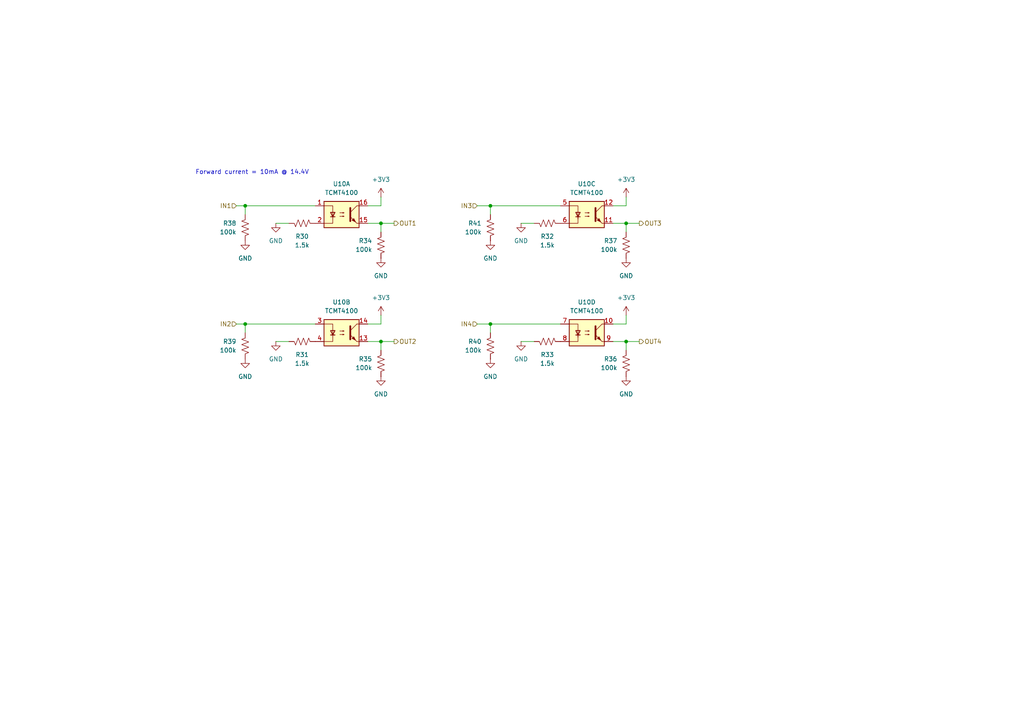
<source format=kicad_sch>
(kicad_sch (version 20231120) (generator "eeschema") (generator_version "8.0")
  (paper "A4")
  (lib_symbols
    (symbol "Device:R_US" (pin_numbers hide) (pin_names (offset 0))
      (property "Reference" "R" (at 2.54 0 90))
      (property "Value" "R_US" (at -2.54 0 90))
      (symbol "R_US_0_1"
        (polyline (pts (xy 0 -2.286) (xy 0 -2.54)))
        (polyline (pts (xy 0 2.286) (xy 0 2.54)))
        (polyline (pts (xy 0 -0.762) (xy 1.016 -1.143) (xy 0 -1.524) (xy -1.016 -1.905) (xy 0 -2.286)))
        (polyline (pts (xy 0 0.762) (xy 1.016 0.381) (xy 0 0) (xy -1.016 -0.381) (xy 0 -0.762)))
        (polyline (pts (xy 0 2.286) (xy 1.016 1.905) (xy 0 1.524) (xy -1.016 1.143) (xy 0 0.762)))
      )
      (symbol "R_US_1_1"
        (pin passive line (at 0 3.81 270) (length 1.27) (name "~") (number "1"))
        (pin passive line (at 0 -3.81 90) (length 1.27) (name "~") (number "2"))
      )
    )
    (symbol "Isolator:TCMT4100" (pin_names (offset 1.016))
      (property "Reference" "U" (at 0 5.08 0))
      (property "Value" "TCMT4100" (at 0 -5.08 0))
      (symbol "TCMT4100_1_1"
        (rectangle (start -5.08 3.81) (end 5.08 -3.81) (stroke (width 0.254)) (fill (type background)))
        (polyline (pts (xy -3.175 -0.635) (xy -1.905 -0.635)) (stroke (width 0.254)))
        (polyline (pts (xy 2.54 0.635) (xy 4.445 2.54)))
        (polyline (pts (xy 4.445 -2.54) (xy 2.54 -0.635)) (fill (type outline)))
        (polyline (pts (xy 4.445 -2.54) (xy 5.08 -2.54)))
        (polyline (pts (xy 4.445 2.54) (xy 5.08 2.54)))
        (polyline (pts (xy -2.54 -0.635) (xy -2.54 -2.54) (xy -5.08 -2.54)))
        (polyline (pts (xy 2.54 1.905) (xy 2.54 -1.905) (xy 2.54 -1.905)) (stroke (width 0.508)))
        (polyline (pts (xy -5.08 2.54) (xy -2.54 2.54) (xy -2.54 -1.27) (xy -2.54 0.635)))
        (polyline (pts (xy -2.54 -0.635) (xy -3.175 0.635) (xy -1.905 0.635) (xy -2.54 -0.635)) (stroke (width 0.254)))
        (polyline (pts (xy -0.508 -0.508) (xy 0.762 -0.508) (xy 0.381 -0.635) (xy 0.381 -0.381) (xy 0.762 -0.508)))
        (polyline (pts (xy -0.508 0.508) (xy 0.762 0.508) (xy 0.381 0.381) (xy 0.381 0.635) (xy 0.762 0.508)))
        (polyline (pts (xy 3.048 -1.651) (xy 3.556 -1.143) (xy 4.064 -2.159) (xy 3.048 -1.651) (xy 3.048 -1.651)) (fill (type outline)))
        (pin passive line (at -7.62 2.54 0) (length 2.54) (name "~") (number "1"))
        (pin passive line (at 7.62 -2.54 180) (length 2.54) (name "~") (number "15"))
        (pin passive line (at 7.62 2.54 180) (length 2.54) (name "~") (number "16"))
        (pin passive line (at -7.62 -2.54 0) (length 2.54) (name "~") (number "2"))
      )
      (symbol "TCMT4100_2_1"
        (rectangle (start -5.08 3.81) (end 5.08 -3.81) (stroke (width 0.254)) (fill (type background)))
        (polyline (pts (xy -3.175 -0.635) (xy -1.905 -0.635)) (stroke (width 0.254)))
        (polyline (pts (xy 2.54 0.635) (xy 4.445 2.54)))
        (polyline (pts (xy 4.445 -2.54) (xy 2.54 -0.635)) (fill (type outline)))
        (polyline (pts (xy 4.445 -2.54) (xy 5.08 -2.54)))
        (polyline (pts (xy 4.445 2.54) (xy 5.08 2.54)))
        (polyline (pts (xy -2.54 -0.635) (xy -2.54 -2.54) (xy -5.08 -2.54)))
        (polyline (pts (xy 2.54 1.905) (xy 2.54 -1.905) (xy 2.54 -1.905)) (stroke (width 0.508)))
        (polyline (pts (xy -5.08 2.54) (xy -2.54 2.54) (xy -2.54 -1.27) (xy -2.54 0.635)))
        (polyline (pts (xy -2.54 -0.635) (xy -3.175 0.635) (xy -1.905 0.635) (xy -2.54 -0.635)) (stroke (width 0.254)))
        (polyline (pts (xy -0.508 -0.508) (xy 0.762 -0.508) (xy 0.381 -0.635) (xy 0.381 -0.381) (xy 0.762 -0.508)))
        (polyline (pts (xy -0.508 0.508) (xy 0.762 0.508) (xy 0.381 0.381) (xy 0.381 0.635) (xy 0.762 0.508)))
        (polyline (pts (xy 3.048 -1.651) (xy 3.556 -1.143) (xy 4.064 -2.159) (xy 3.048 -1.651) (xy 3.048 -1.651)) (fill (type outline)))
        (pin passive line (at 7.62 -2.54 180) (length 2.54) (name "~") (number "13"))
        (pin passive line (at 7.62 2.54 180) (length 2.54) (name "~") (number "14"))
        (pin passive line (at -7.62 2.54 0) (length 2.54) (name "~") (number "3"))
        (pin passive line (at -7.62 -2.54 0) (length 2.54) (name "~") (number "4"))
      )
      (symbol "TCMT4100_3_1"
        (rectangle (start -5.08 3.81) (end 5.08 -3.81) (stroke (width 0.254)) (fill (type background)))
        (polyline (pts (xy -3.175 -0.635) (xy -1.905 -0.635)) (stroke (width 0.254)))
        (polyline (pts (xy 2.54 0.635) (xy 4.445 2.54)))
        (polyline (pts (xy 4.445 -2.54) (xy 2.54 -0.635)) (fill (type outline)))
        (polyline (pts (xy 4.445 -2.54) (xy 5.08 -2.54)))
        (polyline (pts (xy 4.445 2.54) (xy 5.08 2.54)))
        (polyline (pts (xy -2.54 -0.635) (xy -2.54 -2.54) (xy -5.08 -2.54)))
        (polyline (pts (xy 2.54 1.905) (xy 2.54 -1.905) (xy 2.54 -1.905)) (stroke (width 0.508)))
        (polyline (pts (xy -5.08 2.54) (xy -2.54 2.54) (xy -2.54 -1.27) (xy -2.54 0.635)))
        (polyline (pts (xy -2.54 -0.635) (xy -3.175 0.635) (xy -1.905 0.635) (xy -2.54 -0.635)) (stroke (width 0.254)))
        (polyline (pts (xy -0.508 -0.508) (xy 0.762 -0.508) (xy 0.381 -0.635) (xy 0.381 -0.381) (xy 0.762 -0.508)))
        (polyline (pts (xy -0.508 0.508) (xy 0.762 0.508) (xy 0.381 0.381) (xy 0.381 0.635) (xy 0.762 0.508)))
        (polyline (pts (xy 3.048 -1.651) (xy 3.556 -1.143) (xy 4.064 -2.159) (xy 3.048 -1.651) (xy 3.048 -1.651)) (fill (type outline)))
        (pin passive line (at 7.62 -2.54 180) (length 2.54) (name "~") (number "11"))
        (pin passive line (at 7.62 2.54 180) (length 2.54) (name "~") (number "12"))
        (pin passive line (at -7.62 2.54 0) (length 2.54) (name "~") (number "5"))
        (pin passive line (at -7.62 -2.54 0) (length 2.54) (name "~") (number "6"))
      )
      (symbol "TCMT4100_4_1"
        (rectangle (start -5.08 3.81) (end 5.08 -3.81) (stroke (width 0.254)) (fill (type background)))
        (polyline (pts (xy -3.175 -0.635) (xy -1.905 -0.635)) (stroke (width 0.254)))
        (polyline (pts (xy 2.54 0.635) (xy 4.445 2.54)))
        (polyline (pts (xy 4.445 -2.54) (xy 2.54 -0.635)) (fill (type outline)))
        (polyline (pts (xy 4.445 -2.54) (xy 5.08 -2.54)))
        (polyline (pts (xy 4.445 2.54) (xy 5.08 2.54)))
        (polyline (pts (xy -2.54 -0.635) (xy -2.54 -2.54) (xy -5.08 -2.54)))
        (polyline (pts (xy 2.54 1.905) (xy 2.54 -1.905) (xy 2.54 -1.905)) (stroke (width 0.508)))
        (polyline (pts (xy -5.08 2.54) (xy -2.54 2.54) (xy -2.54 -1.27) (xy -2.54 0.635)))
        (polyline (pts (xy -2.54 -0.635) (xy -3.175 0.635) (xy -1.905 0.635) (xy -2.54 -0.635)) (stroke (width 0.254)))
        (polyline (pts (xy -0.508 -0.508) (xy 0.762 -0.508) (xy 0.381 -0.635) (xy 0.381 -0.381) (xy 0.762 -0.508)))
        (polyline (pts (xy -0.508 0.508) (xy 0.762 0.508) (xy 0.381 0.381) (xy 0.381 0.635) (xy 0.762 0.508)))
        (polyline (pts (xy 3.048 -1.651) (xy 3.556 -1.143) (xy 4.064 -2.159) (xy 3.048 -1.651) (xy 3.048 -1.651)) (fill (type outline)))
        (pin passive line (at 7.62 2.54 180) (length 2.54) (name "~") (number "10"))
        (pin passive line (at -7.62 2.54 0) (length 2.54) (name "~") (number "7"))
        (pin passive line (at -7.62 -2.54 0) (length 2.54) (name "~") (number "8"))
        (pin passive line (at 7.62 -2.54 180) (length 2.54) (name "~") (number "9"))
      )
    )
    (symbol "power:+3V3" (power) (pin_numbers hide) (pin_names (offset 0) hide)
      (property "Value" "+3V3" (at 0 3.556 0))
      (symbol "+3V3_0_1"
        (polyline (pts (xy -0.762 1.27) (xy 0 2.54)))
        (polyline (pts (xy 0 0) (xy 0 2.54)))
        (polyline (pts (xy 0 2.54) (xy 0.762 1.27)))
      )
      (symbol "+3V3_1_1"
        (pin power_in line (at 0 0 90) (length 0) (name "~") (number "1"))
      )
    )
    (symbol "power:GND" (power) (pin_numbers hide) (pin_names (offset 0) hide)
      (property "Value" "GND" (at 0 -3.81 0))
      (symbol "GND_0_1"
        (polyline (pts (xy 0 0) (xy 0 -1.27) (xy 1.27 -1.27) (xy 0 -2.54) (xy -1.27 -1.27) (xy 0 -1.27)))
      )
      (symbol "GND_1_1"
        (pin power_in line (at 0 0 270) (length 0) (name "~") (number "1"))
      )
    )
  )
  (junction (at 71.12 93.98))
  (junction (at 181.61 99.06))
  (junction (at 110.49 64.77))
  (junction (at 110.49 99.06))
  (junction (at 142.24 93.98))
  (junction (at 142.24 59.69))
  (junction (at 181.61 64.77))
  (junction (at 71.12 59.69))
  (wire (pts (xy 181.61 64.77) (xy 181.61 67.31)))
  (wire (pts (xy 71.12 59.69) (xy 91.44 59.69)))
  (wire (pts (xy 71.12 59.69) (xy 71.12 62.23)))
  (wire (pts (xy 68.58 59.69) (xy 71.12 59.69)))
  (wire (pts (xy 106.68 59.69) (xy 110.49 59.69)))
  (wire (pts (xy 177.8 64.77) (xy 181.61 64.77)))
  (wire (pts (xy 142.24 93.98) (xy 162.56 93.98)))
  (wire (pts (xy 80.01 64.77) (xy 83.82 64.77)))
  (wire (pts (xy 106.68 64.77) (xy 110.49 64.77)))
  (wire (pts (xy 138.43 93.98) (xy 142.24 93.98)))
  (wire (pts (xy 110.49 99.06) (xy 114.3 99.06)))
  (wire (pts (xy 110.49 64.77) (xy 110.49 67.31)))
  (wire (pts (xy 110.49 64.77) (xy 114.3 64.77)))
  (wire (pts (xy 151.13 64.77) (xy 154.94 64.77)))
  (wire (pts (xy 110.49 91.44) (xy 110.49 93.98)))
  (wire (pts (xy 181.61 91.44) (xy 181.61 93.98)))
  (wire (pts (xy 177.8 93.98) (xy 181.61 93.98)))
  (wire (pts (xy 138.43 59.69) (xy 142.24 59.69)))
  (wire (pts (xy 181.61 99.06) (xy 181.61 101.6)))
  (wire (pts (xy 151.13 99.06) (xy 154.94 99.06)))
  (wire (pts (xy 106.68 93.98) (xy 110.49 93.98)))
  (wire (pts (xy 110.49 99.06) (xy 110.49 101.6)))
  (wire (pts (xy 181.61 64.77) (xy 185.42 64.77)))
  (wire (pts (xy 181.61 57.15) (xy 181.61 59.69)))
  (wire (pts (xy 142.24 59.69) (xy 162.56 59.69)))
  (wire (pts (xy 142.24 93.98) (xy 142.24 96.52)))
  (wire (pts (xy 177.8 99.06) (xy 181.61 99.06)))
  (wire (pts (xy 106.68 99.06) (xy 110.49 99.06)))
  (wire (pts (xy 181.61 99.06) (xy 185.42 99.06)))
  (wire (pts (xy 177.8 59.69) (xy 181.61 59.69)))
  (wire (pts (xy 142.24 59.69) (xy 142.24 62.23)))
  (wire (pts (xy 110.49 57.15) (xy 110.49 59.69)))
  (wire (pts (xy 71.12 93.98) (xy 91.44 93.98)))
  (wire (pts (xy 80.01 99.06) (xy 83.82 99.06)))
  (wire (pts (xy 68.58 93.98) (xy 71.12 93.98)))
  (wire (pts (xy 71.12 93.98) (xy 71.12 96.52)))
  (text "Forward current = 10mA @ 14.4V" (at 73.152 50.038 0) (effects (font (size 1.27 1.27))))
  (hierarchical_label "OUT2" (shape output) (at 114.3 99.06 0))
  (hierarchical_label "IN2" (shape input) (at 68.58 93.98 180))
  (hierarchical_label "OUT1" (shape output) (at 114.3 64.77 0))
  (hierarchical_label "IN3" (shape input) (at 138.43 59.69 180))
  (hierarchical_label "IN4" (shape input) (at 138.43 93.98 180))
  (hierarchical_label "OUT3" (shape output) (at 185.42 64.77 0))
  (hierarchical_label "OUT4" (shape output) (at 185.42 99.06 0))
  (hierarchical_label "IN1" (shape input) (at 68.58 59.69 180))
  (symbol (lib_id "power:GND") (at 80.01 64.77 0) (unit 1)
    (property "Reference" "#PWR096" (effects (hide yes)))
    (property "Value" "GND" (at 80.01 69.85 0))
    (property "Description" "Power symbol creates a global label with name \"GND\" , ground" (effects (hide yes)))
  )
  (symbol (lib_id "power:+3V3") (at 181.61 57.15 0) (unit 1)
    (property "Reference" "#PWR0103" (effects (hide yes)))
    (property "Value" "+3V3" (at 181.61 52.07 0))
    (property "Description" "Power symbol creates a global label with name \"+3V3\"" (effects (hide yes)))
  )
  (symbol (lib_id "power:GND") (at 110.49 74.93 0) (unit 1)
    (property "Reference" "#PWR097" (effects (hide yes)))
    (property "Value" "GND" (at 110.49 80.01 0))
    (property "Description" "Power symbol creates a global label with name \"GND\" , ground" (effects (hide yes)))
  )
  (symbol (lib_id "power:GND") (at 71.12 104.14 0) (unit 1)
    (property "Reference" "#PWR0106" (effects (hide yes)))
    (property "Value" "GND" (at 71.12 109.22 0))
    (property "Description" "Power symbol creates a global label with name \"GND\" , ground" (effects (hide yes)))
  )
  (symbol (lib_id "Device:R_US") (at 158.75 64.77 90) (mirror x) (unit 1)
    (property "Reference" "R32" (at 158.75 68.58 90))
    (property "Value" "1.5k" (at 158.75 71.12 90))
    (property "Description" "Resistor, US symbol" (effects (hide yes)))
  )
  (symbol (lib_id "power:GND") (at 71.12 69.85 0) (unit 1)
    (property "Reference" "#PWR0105" (effects (hide yes)))
    (property "Value" "GND" (at 71.12 74.93 0))
    (property "Description" "Power symbol creates a global label with name \"GND\" , ground" (effects (hide yes)))
  )
  (symbol (lib_id "power:GND") (at 181.61 109.22 0) (unit 1)
    (property "Reference" "#PWR0102" (effects (hide yes)))
    (property "Value" "GND" (at 181.61 114.3 0))
    (property "Description" "Power symbol creates a global label with name \"GND\" , ground" (effects (hide yes)))
  )
  (symbol (lib_id "Isolator:TCMT4100") (at 170.18 62.23 0) (unit 3)
    (property "Reference" "U10" (at 170.18 53.34 0))
    (property "Value" "TCMT4100" (at 170.18 55.88 0))
    (property "Footprint" "Package_SO:SOP-16_4.4x10.4mm_P1.27mm" (effects (hide yes)))
    (property "Datasheet" "https://www.vishay.com/docs/84181/tcmt4100.pdf" (effects (hide yes)))
    (property "Description" "Quad Optocoupler, Vce 70V, CTR 50-600%, Viso 3750V (RMS), SOP-16" (effects (hide yes)))
  )
  (symbol (lib_id "Device:R_US") (at 142.24 100.33 0) (mirror x) (unit 1)
    (property "Reference" "R40" (at 139.7 99.0599 0) (effects (justify right)))
    (property "Value" "100k" (at 139.7 101.5999 0) (effects (justify right)))
    (property "Description" "Resistor, US symbol" (effects (hide yes)))
  )
  (symbol (lib_id "power:GND") (at 151.13 99.06 0) (unit 1)
    (property "Reference" "#PWR093" (effects (hide yes)))
    (property "Value" "GND" (at 151.13 104.14 0))
    (property "Description" "Power symbol creates a global label with name \"GND\" , ground" (effects (hide yes)))
  )
  (symbol (lib_id "Isolator:TCMT4100") (at 99.06 62.23 0) (unit 1)
    (property "Reference" "U10" (at 99.06 53.34 0))
    (property "Value" "TCMT4100" (at 99.06 55.88 0))
    (property "Footprint" "Package_SO:SOP-16_4.4x10.4mm_P1.27mm" (effects (hide yes)))
    (property "Datasheet" "https://www.vishay.com/docs/84181/tcmt4100.pdf" (effects (hide yes)))
    (property "Description" "Quad Optocoupler, Vce 70V, CTR 50-600%, Viso 3750V (RMS), SOP-16" (effects (hide yes)))
  )
  (symbol (lib_id "Isolator:TCMT4100") (at 170.18 96.52 0) (unit 4)
    (property "Reference" "U10" (at 170.18 87.63 0))
    (property "Value" "TCMT4100" (at 170.18 90.17 0))
    (property "Footprint" "Package_SO:SOP-16_4.4x10.4mm_P1.27mm" (effects (hide yes)))
    (property "Datasheet" "https://www.vishay.com/docs/84181/tcmt4100.pdf" (effects (hide yes)))
    (property "Description" "Quad Optocoupler, Vce 70V, CTR 50-600%, Viso 3750V (RMS), SOP-16" (effects (hide yes)))
  )
  (symbol (lib_id "power:GND") (at 142.24 69.85 0) (unit 1)
    (property "Reference" "#PWR0108" (effects (hide yes)))
    (property "Value" "GND" (at 142.24 74.93 0))
    (property "Description" "Power symbol creates a global label with name \"GND\" , ground" (effects (hide yes)))
  )
  (symbol (lib_id "power:+3V3") (at 110.49 57.15 0) (unit 1)
    (property "Reference" "#PWR098" (effects (hide yes)))
    (property "Value" "+3V3" (at 110.49 52.07 0))
    (property "Description" "Power symbol creates a global label with name \"+3V3\"" (effects (hide yes)))
  )
  (symbol (lib_id "Device:R_US") (at 110.49 105.41 0) (mirror x) (unit 1)
    (property "Reference" "R35" (at 107.95 104.1399 0) (effects (justify right)))
    (property "Value" "100k" (at 107.95 106.6799 0) (effects (justify right)))
    (property "Description" "Resistor, US symbol" (effects (hide yes)))
  )
  (symbol (lib_id "Device:R_US") (at 142.24 66.04 0) (mirror x) (unit 1)
    (property "Reference" "R41" (at 139.7 64.7699 0) (effects (justify right)))
    (property "Value" "100k" (at 139.7 67.3099 0) (effects (justify right)))
    (property "Description" "Resistor, US symbol" (effects (hide yes)))
  )
  (symbol (lib_id "Device:R_US") (at 110.49 71.12 0) (mirror x) (unit 1)
    (property "Reference" "R34" (at 107.95 69.8499 0) (effects (justify right)))
    (property "Value" "100k" (at 107.95 72.3899 0) (effects (justify right)))
    (property "Description" "Resistor, US symbol" (effects (hide yes)))
  )
  (symbol (lib_id "power:+3V3") (at 181.61 91.44 0) (unit 1)
    (property "Reference" "#PWR0101" (effects (hide yes)))
    (property "Value" "+3V3" (at 181.61 86.36 0))
    (property "Description" "Power symbol creates a global label with name \"+3V3\"" (effects (hide yes)))
  )
  (symbol (lib_id "Device:R_US") (at 87.63 64.77 90) (mirror x) (unit 1)
    (property "Reference" "R30" (at 87.63 68.58 90))
    (property "Value" "1.5k" (at 87.63 71.12 90))
    (property "Description" "Resistor, US symbol" (effects (hide yes)))
  )
  (symbol (lib_id "power:+3V3") (at 110.49 91.44 0) (unit 1)
    (property "Reference" "#PWR099" (effects (hide yes)))
    (property "Value" "+3V3" (at 110.49 86.36 0))
    (property "Description" "Power symbol creates a global label with name \"+3V3\"" (effects (hide yes)))
  )
  (symbol (lib_id "power:GND") (at 181.61 74.93 0) (unit 1)
    (property "Reference" "#PWR0104" (effects (hide yes)))
    (property "Value" "GND" (at 181.61 80.01 0))
    (property "Description" "Power symbol creates a global label with name \"GND\" , ground" (effects (hide yes)))
  )
  (symbol (lib_id "power:GND") (at 142.24 104.14 0) (unit 1)
    (property "Reference" "#PWR0107" (effects (hide yes)))
    (property "Value" "GND" (at 142.24 109.22 0))
    (property "Description" "Power symbol creates a global label with name \"GND\" , ground" (effects (hide yes)))
  )
  (symbol (lib_id "power:GND") (at 151.13 64.77 0) (unit 1)
    (property "Reference" "#PWR094" (effects (hide yes)))
    (property "Value" "GND" (at 151.13 69.85 0))
    (property "Description" "Power symbol creates a global label with name \"GND\" , ground" (effects (hide yes)))
  )
  (symbol (lib_id "Device:R_US") (at 87.63 99.06 90) (mirror x) (unit 1)
    (property "Reference" "R31" (at 87.63 102.87 90))
    (property "Value" "1.5k" (at 87.63 105.41 90))
    (property "Description" "Resistor, US symbol" (effects (hide yes)))
  )
  (symbol (lib_id "Device:R_US") (at 158.75 99.06 90) (mirror x) (unit 1)
    (property "Reference" "R33" (at 158.75 102.87 90))
    (property "Value" "1.5k" (at 158.75 105.41 90))
    (property "Description" "Resistor, US symbol" (effects (hide yes)))
  )
  (symbol (lib_id "Device:R_US") (at 181.61 71.12 0) (mirror x) (unit 1)
    (property "Reference" "R37" (at 179.07 69.8499 0) (effects (justify right)))
    (property "Value" "100k" (at 179.07 72.3899 0) (effects (justify right)))
    (property "Description" "Resistor, US symbol" (effects (hide yes)))
  )
  (symbol (lib_id "power:GND") (at 80.01 99.06 0) (unit 1)
    (property "Reference" "#PWR095" (effects (hide yes)))
    (property "Value" "GND" (at 80.01 104.14 0))
    (property "Description" "Power symbol creates a global label with name \"GND\" , ground" (effects (hide yes)))
  )
  (symbol (lib_id "Device:R_US") (at 71.12 100.33 0) (mirror x) (unit 1)
    (property "Reference" "R39" (at 68.58 99.0599 0) (effects (justify right)))
    (property "Value" "100k" (at 68.58 101.5999 0) (effects (justify right)))
    (property "Description" "Resistor, US symbol" (effects (hide yes)))
  )
  (symbol (lib_id "Device:R_US") (at 181.61 105.41 0) (mirror x) (unit 1)
    (property "Reference" "R36" (at 179.07 104.1399 0) (effects (justify right)))
    (property "Value" "100k" (at 179.07 106.6799 0) (effects (justify right)))
    (property "Description" "Resistor, US symbol" (effects (hide yes)))
  )
  (symbol (lib_id "power:GND") (at 110.49 109.22 0) (unit 1)
    (property "Reference" "#PWR0100" (effects (hide yes)))
    (property "Value" "GND" (at 110.49 114.3 0))
    (property "Description" "Power symbol creates a global label with name \"GND\" , ground" (effects (hide yes)))
  )
  (symbol (lib_id "Device:R_US") (at 71.12 66.04 0) (mirror x) (unit 1)
    (property "Reference" "R38" (at 68.58 64.7699 0) (effects (justify right)))
    (property "Value" "100k" (at 68.58 67.3099 0) (effects (justify right)))
    (property "Description" "Resistor, US symbol" (effects (hide yes)))
  )
  (symbol (lib_id "Isolator:TCMT4100") (at 99.06 96.52 0) (unit 2)
    (property "Reference" "U10" (at 99.06 87.63 0))
    (property "Value" "TCMT4100" (at 99.06 90.17 0))
    (property "Footprint" "Package_SO:SOP-16_4.4x10.4mm_P1.27mm" (effects (hide yes)))
    (property "Datasheet" "https://www.vishay.com/docs/84181/tcmt4100.pdf" (effects (hide yes)))
    (property "Description" "Quad Optocoupler, Vce 70V, CTR 50-600%, Viso 3750V (RMS), SOP-16" (effects (hide yes)))
  )
)
</source>
